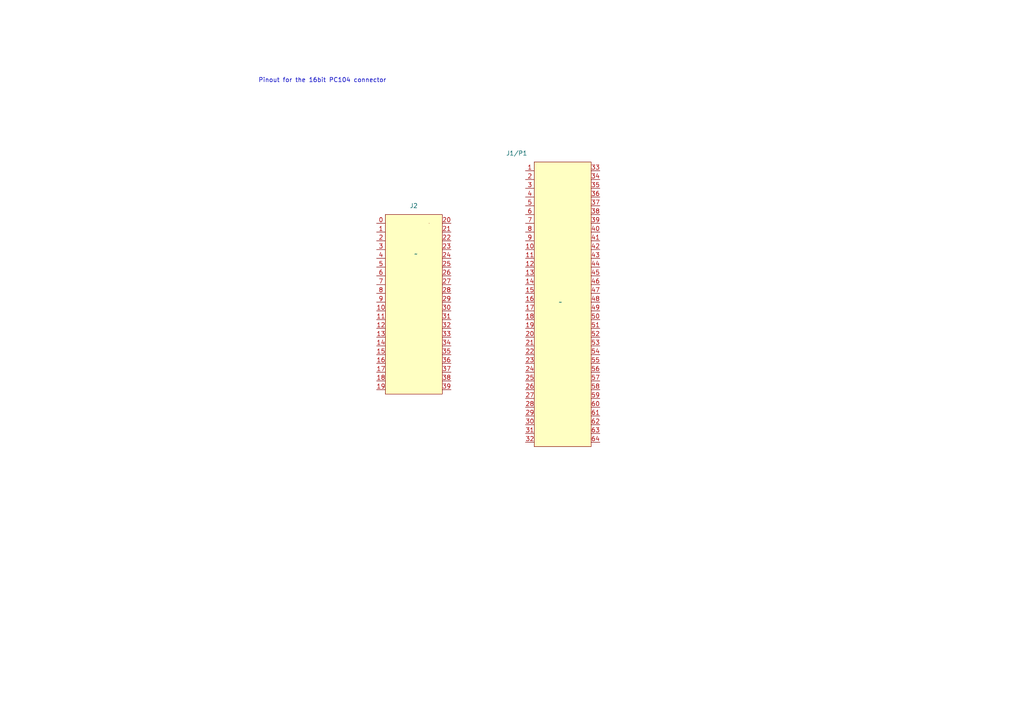
<source format=kicad_sch>
(kicad_sch (version 20230121) (generator eeschema)

  (uuid 202d483b-a8cc-4226-b108-240b78296baa)

  (paper "A4")

  (lib_symbols
    (symbol "Connectors_CubeSat:PC104_2x20_male" (in_bom yes) (on_board yes)
      (property "Reference" "J" (at 0 0 0)
        (effects (font (size 1.27 1.27)))
      )
      (property "Value" "" (at 0 0 0)
        (effects (font (size 1.27 1.27)))
      )
      (property "Footprint" "" (at 0 0 0)
        (effects (font (size 1.27 1.27)) hide)
      )
      (property "Datasheet" "" (at 0 0 0)
        (effects (font (size 1.27 1.27)) hide)
      )
      (symbol "PC104_2x20_male_0_1"
        (rectangle (start 3.81 8.89) (end 3.81 8.89)
          (stroke (width 0) (type default))
          (fill (type none))
        )
      )
      (symbol "PC104_2x20_male_1_1"
        (rectangle (start -8.89 11.43) (end 7.62 -40.64)
          (stroke (width 0) (type default))
          (fill (type background))
        )
        (pin input line (at -8.89 8.89 180) (length 2.54)
          (name "" (effects (font (size 1.27 1.27))))
          (number "0" (effects (font (size 1.27 1.27))))
        )
        (pin input line (at -8.89 6.35 180) (length 2.54)
          (name "" (effects (font (size 1.27 1.27))))
          (number "1" (effects (font (size 1.27 1.27))))
        )
        (pin input line (at -8.89 -16.51 180) (length 2.54)
          (name "" (effects (font (size 1.27 1.27))))
          (number "10" (effects (font (size 1.27 1.27))))
        )
        (pin input line (at -8.89 -19.05 180) (length 2.54)
          (name "" (effects (font (size 1.27 1.27))))
          (number "11" (effects (font (size 1.27 1.27))))
        )
        (pin input line (at -8.89 -21.59 180) (length 2.54)
          (name "" (effects (font (size 1.27 1.27))))
          (number "12" (effects (font (size 1.27 1.27))))
        )
        (pin input line (at -8.89 -24.13 180) (length 2.54)
          (name "" (effects (font (size 1.27 1.27))))
          (number "13" (effects (font (size 1.27 1.27))))
        )
        (pin input line (at -8.89 -26.67 180) (length 2.54)
          (name "" (effects (font (size 1.27 1.27))))
          (number "14" (effects (font (size 1.27 1.27))))
        )
        (pin input line (at -8.89 -29.21 180) (length 2.54)
          (name "" (effects (font (size 1.27 1.27))))
          (number "15" (effects (font (size 1.27 1.27))))
        )
        (pin input line (at -8.89 -31.75 180) (length 2.54)
          (name "" (effects (font (size 1.27 1.27))))
          (number "16" (effects (font (size 1.27 1.27))))
        )
        (pin input line (at -8.89 -34.29 180) (length 2.54)
          (name "" (effects (font (size 1.27 1.27))))
          (number "17" (effects (font (size 1.27 1.27))))
        )
        (pin input line (at -8.89 -36.83 180) (length 2.54)
          (name "" (effects (font (size 1.27 1.27))))
          (number "18" (effects (font (size 1.27 1.27))))
        )
        (pin input line (at -8.89 -39.37 180) (length 2.54)
          (name "" (effects (font (size 1.27 1.27))))
          (number "19" (effects (font (size 1.27 1.27))))
        )
        (pin input line (at -8.89 3.81 180) (length 2.54)
          (name "" (effects (font (size 1.27 1.27))))
          (number "2" (effects (font (size 1.27 1.27))))
        )
        (pin input line (at 7.62 8.89 0) (length 2.54)
          (name "" (effects (font (size 1.27 1.27))))
          (number "20" (effects (font (size 1.27 1.27))))
        )
        (pin input line (at 7.62 6.35 0) (length 2.54)
          (name "" (effects (font (size 1.27 1.27))))
          (number "21" (effects (font (size 1.27 1.27))))
        )
        (pin input line (at 7.62 3.81 0) (length 2.54)
          (name "" (effects (font (size 1.27 1.27))))
          (number "22" (effects (font (size 1.27 1.27))))
        )
        (pin input line (at 7.62 1.27 0) (length 2.54)
          (name "" (effects (font (size 1.27 1.27))))
          (number "23" (effects (font (size 1.27 1.27))))
        )
        (pin input line (at 7.62 -1.27 0) (length 2.54)
          (name "" (effects (font (size 1.27 1.27))))
          (number "24" (effects (font (size 1.27 1.27))))
        )
        (pin input line (at 7.62 -3.81 0) (length 2.54)
          (name "" (effects (font (size 1.27 1.27))))
          (number "25" (effects (font (size 1.27 1.27))))
        )
        (pin input line (at 7.62 -6.35 0) (length 2.54)
          (name "" (effects (font (size 1.27 1.27))))
          (number "26" (effects (font (size 1.27 1.27))))
        )
        (pin input line (at 7.62 -8.89 0) (length 2.54)
          (name "" (effects (font (size 1.27 1.27))))
          (number "27" (effects (font (size 1.27 1.27))))
        )
        (pin input line (at 7.62 -11.43 0) (length 2.54)
          (name "" (effects (font (size 1.27 1.27))))
          (number "28" (effects (font (size 1.27 1.27))))
        )
        (pin input line (at 7.62 -13.97 0) (length 2.54)
          (name "" (effects (font (size 1.27 1.27))))
          (number "29" (effects (font (size 1.27 1.27))))
        )
        (pin input line (at -8.89 1.27 180) (length 2.54)
          (name "" (effects (font (size 1.27 1.27))))
          (number "3" (effects (font (size 1.27 1.27))))
        )
        (pin input line (at 7.62 -16.51 0) (length 2.54)
          (name "" (effects (font (size 1.27 1.27))))
          (number "30" (effects (font (size 1.27 1.27))))
        )
        (pin input line (at 7.62 -19.05 0) (length 2.54)
          (name "" (effects (font (size 1.27 1.27))))
          (number "31" (effects (font (size 1.27 1.27))))
        )
        (pin input line (at 7.62 -21.59 0) (length 2.54)
          (name "" (effects (font (size 1.27 1.27))))
          (number "32" (effects (font (size 1.27 1.27))))
        )
        (pin input line (at 7.62 -24.13 0) (length 2.54)
          (name "" (effects (font (size 1.27 1.27))))
          (number "33" (effects (font (size 1.27 1.27))))
        )
        (pin input line (at 7.62 -26.67 0) (length 2.54)
          (name "" (effects (font (size 1.27 1.27))))
          (number "34" (effects (font (size 1.27 1.27))))
        )
        (pin input line (at 7.62 -29.21 0) (length 2.54)
          (name "" (effects (font (size 1.27 1.27))))
          (number "35" (effects (font (size 1.27 1.27))))
        )
        (pin input line (at 7.62 -31.75 0) (length 2.54)
          (name "" (effects (font (size 1.27 1.27))))
          (number "36" (effects (font (size 1.27 1.27))))
        )
        (pin input line (at 7.62 -34.29 0) (length 2.54)
          (name "" (effects (font (size 1.27 1.27))))
          (number "37" (effects (font (size 1.27 1.27))))
        )
        (pin input line (at 7.62 -36.83 0) (length 2.54)
          (name "" (effects (font (size 1.27 1.27))))
          (number "38" (effects (font (size 1.27 1.27))))
        )
        (pin input line (at 7.62 -39.37 0) (length 2.54)
          (name "" (effects (font (size 1.27 1.27))))
          (number "39" (effects (font (size 1.27 1.27))))
        )
        (pin input line (at -8.89 -1.27 180) (length 2.54)
          (name "" (effects (font (size 1.27 1.27))))
          (number "4" (effects (font (size 1.27 1.27))))
        )
        (pin input line (at -8.89 -3.81 180) (length 2.54)
          (name "" (effects (font (size 1.27 1.27))))
          (number "5" (effects (font (size 1.27 1.27))))
        )
        (pin input line (at -8.89 -6.35 180) (length 2.54)
          (name "" (effects (font (size 1.27 1.27))))
          (number "6" (effects (font (size 1.27 1.27))))
        )
        (pin input line (at -8.89 -8.89 180) (length 2.54)
          (name "" (effects (font (size 1.27 1.27))))
          (number "7" (effects (font (size 1.27 1.27))))
        )
        (pin input line (at -8.89 -11.43 180) (length 2.54)
          (name "" (effects (font (size 1.27 1.27))))
          (number "8" (effects (font (size 1.27 1.27))))
        )
        (pin input line (at -8.89 -13.97 180) (length 2.54)
          (name "" (effects (font (size 1.27 1.27))))
          (number "9" (effects (font (size 1.27 1.27))))
        )
      )
    )
    (symbol "Connectors_CubeSat:PC104_32x2_female" (in_bom yes) (on_board yes)
      (property "Reference" "J" (at -12.7 43.18 0)
        (effects (font (size 1.27 1.27)))
      )
      (property "Value" "" (at 3.81 15.24 0)
        (effects (font (size 1.27 1.27)))
      )
      (property "Footprint" "" (at 3.81 15.24 0)
        (effects (font (size 1.27 1.27)) hide)
      )
      (property "Datasheet" "" (at 3.81 15.24 0)
        (effects (font (size 1.27 1.27)) hide)
      )
      (symbol "PC104_32x2_female_1_1"
        (rectangle (start -7.62 40.64) (end 8.89 -41.91)
          (stroke (width 0) (type default))
          (fill (type background))
        )
        (pin input line (at -7.62 38.1 180) (length 2.54)
          (name "" (effects (font (size 1.27 1.27))))
          (number "1" (effects (font (size 1.27 1.27))))
        )
        (pin input line (at -7.62 15.24 180) (length 2.54)
          (name "" (effects (font (size 1.27 1.27))))
          (number "10" (effects (font (size 1.27 1.27))))
        )
        (pin input line (at -7.62 12.7 180) (length 2.54)
          (name "" (effects (font (size 1.27 1.27))))
          (number "11" (effects (font (size 1.27 1.27))))
        )
        (pin input line (at -7.62 10.16 180) (length 2.54)
          (name "" (effects (font (size 1.27 1.27))))
          (number "12" (effects (font (size 1.27 1.27))))
        )
        (pin input line (at -7.62 7.62 180) (length 2.54)
          (name "" (effects (font (size 1.27 1.27))))
          (number "13" (effects (font (size 1.27 1.27))))
        )
        (pin input line (at -7.62 5.08 180) (length 2.54)
          (name "" (effects (font (size 1.27 1.27))))
          (number "14" (effects (font (size 1.27 1.27))))
        )
        (pin input line (at -7.62 2.54 180) (length 2.54)
          (name "" (effects (font (size 1.27 1.27))))
          (number "15" (effects (font (size 1.27 1.27))))
        )
        (pin input line (at -7.62 0 180) (length 2.54)
          (name "" (effects (font (size 1.27 1.27))))
          (number "16" (effects (font (size 1.27 1.27))))
        )
        (pin input line (at -7.62 -2.54 180) (length 2.54)
          (name "" (effects (font (size 1.27 1.27))))
          (number "17" (effects (font (size 1.27 1.27))))
        )
        (pin input line (at -7.62 -5.08 180) (length 2.54)
          (name "" (effects (font (size 1.27 1.27))))
          (number "18" (effects (font (size 1.27 1.27))))
        )
        (pin input line (at -7.62 -7.62 180) (length 2.54)
          (name "" (effects (font (size 1.27 1.27))))
          (number "19" (effects (font (size 1.27 1.27))))
        )
        (pin input line (at -7.62 35.56 180) (length 2.54)
          (name "" (effects (font (size 1.27 1.27))))
          (number "2" (effects (font (size 1.27 1.27))))
        )
        (pin input line (at -7.62 -10.16 180) (length 2.54)
          (name "" (effects (font (size 1.27 1.27))))
          (number "20" (effects (font (size 1.27 1.27))))
        )
        (pin input line (at -7.62 -12.7 180) (length 2.54)
          (name "" (effects (font (size 1.27 1.27))))
          (number "21" (effects (font (size 1.27 1.27))))
        )
        (pin input line (at -7.62 -15.24 180) (length 2.54)
          (name "" (effects (font (size 1.27 1.27))))
          (number "22" (effects (font (size 1.27 1.27))))
        )
        (pin input line (at -7.62 -17.78 180) (length 2.54)
          (name "" (effects (font (size 1.27 1.27))))
          (number "23" (effects (font (size 1.27 1.27))))
        )
        (pin input line (at -7.62 -20.32 180) (length 2.54)
          (name "" (effects (font (size 1.27 1.27))))
          (number "24" (effects (font (size 1.27 1.27))))
        )
        (pin input line (at -7.62 -22.86 180) (length 2.54)
          (name "" (effects (font (size 1.27 1.27))))
          (number "25" (effects (font (size 1.27 1.27))))
        )
        (pin input line (at -7.62 -25.4 180) (length 2.54)
          (name "" (effects (font (size 1.27 1.27))))
          (number "26" (effects (font (size 1.27 1.27))))
        )
        (pin input line (at -7.62 -27.94 180) (length 2.54)
          (name "" (effects (font (size 1.27 1.27))))
          (number "27" (effects (font (size 1.27 1.27))))
        )
        (pin input line (at -7.62 -30.48 180) (length 2.54)
          (name "" (effects (font (size 1.27 1.27))))
          (number "28" (effects (font (size 1.27 1.27))))
        )
        (pin input line (at -7.62 -33.02 180) (length 2.54)
          (name "" (effects (font (size 1.27 1.27))))
          (number "29" (effects (font (size 1.27 1.27))))
        )
        (pin input line (at -7.62 33.02 180) (length 2.54)
          (name "" (effects (font (size 1.27 1.27))))
          (number "3" (effects (font (size 1.27 1.27))))
        )
        (pin input line (at -7.62 -35.56 180) (length 2.54)
          (name "" (effects (font (size 1.27 1.27))))
          (number "30" (effects (font (size 1.27 1.27))))
        )
        (pin input line (at -7.62 -38.1 180) (length 2.54)
          (name "" (effects (font (size 1.27 1.27))))
          (number "31" (effects (font (size 1.27 1.27))))
        )
        (pin input line (at -7.62 -40.64 180) (length 2.54)
          (name "" (effects (font (size 1.27 1.27))))
          (number "32" (effects (font (size 1.27 1.27))))
        )
        (pin input line (at 8.89 38.1 0) (length 2.54)
          (name "" (effects (font (size 1.27 1.27))))
          (number "33" (effects (font (size 1.27 1.27))))
        )
        (pin input line (at 8.89 35.56 0) (length 2.54)
          (name "" (effects (font (size 1.27 1.27))))
          (number "34" (effects (font (size 1.27 1.27))))
        )
        (pin input line (at 8.89 33.02 0) (length 2.54)
          (name "" (effects (font (size 1.27 1.27))))
          (number "35" (effects (font (size 1.27 1.27))))
        )
        (pin input line (at 8.89 30.48 0) (length 2.54)
          (name "" (effects (font (size 1.27 1.27))))
          (number "36" (effects (font (size 1.27 1.27))))
        )
        (pin input line (at 8.89 27.94 0) (length 2.54)
          (name "" (effects (font (size 1.27 1.27))))
          (number "37" (effects (font (size 1.27 1.27))))
        )
        (pin input line (at 8.89 25.4 0) (length 2.54)
          (name "" (effects (font (size 1.27 1.27))))
          (number "38" (effects (font (size 1.27 1.27))))
        )
        (pin input line (at 8.89 22.86 0) (length 2.54)
          (name "" (effects (font (size 1.27 1.27))))
          (number "39" (effects (font (size 1.27 1.27))))
        )
        (pin input line (at -7.62 30.48 180) (length 2.54)
          (name "" (effects (font (size 1.27 1.27))))
          (number "4" (effects (font (size 1.27 1.27))))
        )
        (pin input line (at 8.89 20.32 0) (length 2.54)
          (name "" (effects (font (size 1.27 1.27))))
          (number "40" (effects (font (size 1.27 1.27))))
        )
        (pin input line (at 8.89 17.78 0) (length 2.54)
          (name "" (effects (font (size 1.27 1.27))))
          (number "41" (effects (font (size 1.27 1.27))))
        )
        (pin input line (at 8.89 15.24 0) (length 2.54)
          (name "" (effects (font (size 1.27 1.27))))
          (number "42" (effects (font (size 1.27 1.27))))
        )
        (pin input line (at 8.89 12.7 0) (length 2.54)
          (name "" (effects (font (size 1.27 1.27))))
          (number "43" (effects (font (size 1.27 1.27))))
        )
        (pin input line (at 8.89 10.16 0) (length 2.54)
          (name "" (effects (font (size 1.27 1.27))))
          (number "44" (effects (font (size 1.27 1.27))))
        )
        (pin input line (at 8.89 7.62 0) (length 2.54)
          (name "" (effects (font (size 1.27 1.27))))
          (number "45" (effects (font (size 1.27 1.27))))
        )
        (pin input line (at 8.89 5.08 0) (length 2.54)
          (name "" (effects (font (size 1.27 1.27))))
          (number "46" (effects (font (size 1.27 1.27))))
        )
        (pin input line (at 8.89 2.54 0) (length 2.54)
          (name "" (effects (font (size 1.27 1.27))))
          (number "47" (effects (font (size 1.27 1.27))))
        )
        (pin input line (at 8.89 0 0) (length 2.54)
          (name "" (effects (font (size 1.27 1.27))))
          (number "48" (effects (font (size 1.27 1.27))))
        )
        (pin input line (at 8.89 -2.54 0) (length 2.54)
          (name "" (effects (font (size 1.27 1.27))))
          (number "49" (effects (font (size 1.27 1.27))))
        )
        (pin input line (at -7.62 27.94 180) (length 2.54)
          (name "" (effects (font (size 1.27 1.27))))
          (number "5" (effects (font (size 1.27 1.27))))
        )
        (pin input line (at 8.89 -5.08 0) (length 2.54)
          (name "" (effects (font (size 1.27 1.27))))
          (number "50" (effects (font (size 1.27 1.27))))
        )
        (pin input line (at 8.89 -7.62 0) (length 2.54)
          (name "" (effects (font (size 1.27 1.27))))
          (number "51" (effects (font (size 1.27 1.27))))
        )
        (pin input line (at 8.89 -10.16 0) (length 2.54)
          (name "" (effects (font (size 1.27 1.27))))
          (number "52" (effects (font (size 1.27 1.27))))
        )
        (pin input line (at 8.89 -12.7 0) (length 2.54)
          (name "" (effects (font (size 1.27 1.27))))
          (number "53" (effects (font (size 1.27 1.27))))
        )
        (pin input line (at 8.89 -15.24 0) (length 2.54)
          (name "" (effects (font (size 1.27 1.27))))
          (number "54" (effects (font (size 1.27 1.27))))
        )
        (pin input line (at 8.89 -17.78 0) (length 2.54)
          (name "" (effects (font (size 1.27 1.27))))
          (number "55" (effects (font (size 1.27 1.27))))
        )
        (pin input line (at 8.89 -20.32 0) (length 2.54)
          (name "" (effects (font (size 1.27 1.27))))
          (number "56" (effects (font (size 1.27 1.27))))
        )
        (pin input line (at 8.89 -22.86 0) (length 2.54)
          (name "" (effects (font (size 1.27 1.27))))
          (number "57" (effects (font (size 1.27 1.27))))
        )
        (pin input line (at 8.89 -25.4 0) (length 2.54)
          (name "" (effects (font (size 1.27 1.27))))
          (number "58" (effects (font (size 1.27 1.27))))
        )
        (pin input line (at 8.89 -27.94 0) (length 2.54)
          (name "" (effects (font (size 1.27 1.27))))
          (number "59" (effects (font (size 1.27 1.27))))
        )
        (pin input line (at -7.62 25.4 180) (length 2.54)
          (name "" (effects (font (size 1.27 1.27))))
          (number "6" (effects (font (size 1.27 1.27))))
        )
        (pin input line (at 8.89 -30.48 0) (length 2.54)
          (name "" (effects (font (size 1.27 1.27))))
          (number "60" (effects (font (size 1.27 1.27))))
        )
        (pin input line (at 8.89 -33.02 0) (length 2.54)
          (name "" (effects (font (size 1.27 1.27))))
          (number "61" (effects (font (size 1.27 1.27))))
        )
        (pin input line (at 8.89 -35.56 0) (length 2.54)
          (name "" (effects (font (size 1.27 1.27))))
          (number "62" (effects (font (size 1.27 1.27))))
        )
        (pin input line (at 8.89 -38.1 0) (length 2.54)
          (name "" (effects (font (size 1.27 1.27))))
          (number "63" (effects (font (size 1.27 1.27))))
        )
        (pin input line (at 8.89 -40.64 0) (length 2.54)
          (name "" (effects (font (size 1.27 1.27))))
          (number "64" (effects (font (size 1.27 1.27))))
        )
        (pin input line (at -7.62 22.86 180) (length 2.54)
          (name "" (effects (font (size 1.27 1.27))))
          (number "7" (effects (font (size 1.27 1.27))))
        )
        (pin input line (at -7.62 20.32 180) (length 2.54)
          (name "" (effects (font (size 1.27 1.27))))
          (number "8" (effects (font (size 1.27 1.27))))
        )
        (pin input line (at -7.62 17.78 180) (length 2.54)
          (name "" (effects (font (size 1.27 1.27))))
          (number "9" (effects (font (size 1.27 1.27))))
        )
      )
    )
  )


  (text "Pinout for the 16bit PC104 connector\n" (at 74.93 24.13 0)
    (effects (font (size 1.27 1.27)) (justify left bottom))
    (uuid bfc37691-c600-458a-8a2e-8db46209115b)
  )

  (symbol (lib_id "Connectors_CubeSat:PC104_32x2_female") (at 162.56 87.63 0) (unit 1)
    (in_bom yes) (on_board yes) (dnp no)
    (uuid 44f42f86-2194-4ebf-9434-084f17e48b6d)
    (property "Reference" "J1/P1" (at 149.86 44.45 0)
      (effects (font (size 1.27 1.27)))
    )
    (property "Value" "~" (at 162.56 87.63 0)
      (effects (font (size 1.27 1.27)))
    )
    (property "Footprint" "" (at 162.56 87.63 0)
      (effects (font (size 1.27 1.27)) hide)
    )
    (property "Datasheet" "" (at 162.56 87.63 0)
      (effects (font (size 1.27 1.27)) hide)
    )
    (pin "1" (uuid ba7b97d7-314b-451c-b777-99ccafe62d36))
    (pin "10" (uuid 5e6798c6-56f8-40ef-829a-c30d953156f0))
    (pin "11" (uuid 13cc01d1-80ee-4117-962d-572b4aeaca64))
    (pin "12" (uuid 6dce32c5-7f09-446e-aa20-a333c7513d36))
    (pin "13" (uuid b34c83b3-c0d8-4951-995d-f6ee23652e67))
    (pin "14" (uuid 7bc65a37-6e5f-473a-bc95-7828dde8e016))
    (pin "15" (uuid 91a9fdbe-ca2b-45d4-a261-606a5a97fb38))
    (pin "16" (uuid d5b465fd-ef73-42d7-87cd-b4fbc71f3140))
    (pin "17" (uuid eeb8aa4f-5796-46c8-aff2-a15091134865))
    (pin "18" (uuid 441ae1ec-6c2f-44bd-bc50-e2badee2d068))
    (pin "19" (uuid 3f69b826-7b69-4e5b-9a37-c9b0b0de42d6))
    (pin "2" (uuid ebc72ac0-c122-4938-93f5-5ba4884e95d5))
    (pin "20" (uuid 4606a055-f3d1-4118-8763-a7f8a804c566))
    (pin "21" (uuid 31f75551-258f-49b8-8501-7b3a136e088d))
    (pin "22" (uuid a48c792a-deed-4fcb-b93d-76fed434854b))
    (pin "23" (uuid dc073c93-012a-4e2e-a3c1-f65d0199307b))
    (pin "24" (uuid 3e7c2c79-1a3a-46b5-a5c7-63f282afcc35))
    (pin "25" (uuid f9a4db89-8121-4808-8759-2c1f46bd7358))
    (pin "26" (uuid 38be028f-9015-40c7-8779-b7a1be35be1f))
    (pin "27" (uuid 2f88283e-d296-4519-8a90-38e3eb3fd597))
    (pin "28" (uuid 2df65f32-59b0-46ca-8ca9-882717dc5731))
    (pin "29" (uuid 5312ebed-a7c0-4633-b73d-ababf7a0be53))
    (pin "3" (uuid 419b96ca-a5e0-4e6e-8fc5-8090e578dc99))
    (pin "30" (uuid 080c74e3-f499-4f50-86be-4f1d56b3c800))
    (pin "31" (uuid d3183cad-b77e-4bd0-ac0c-0c8910660bef))
    (pin "32" (uuid 7fe0500e-8093-4a0a-aace-14d981bddf10))
    (pin "33" (uuid 98642af5-23d8-4038-a8e8-dda4e355b805))
    (pin "34" (uuid b5997e32-7bff-4a2d-bba6-00ceef1d2cbc))
    (pin "35" (uuid 1d1b49d9-9a17-4404-8fc8-bf01e3c83a57))
    (pin "36" (uuid 6a32de0f-a857-439f-b8a8-bc339f0f8dc8))
    (pin "37" (uuid 94964db5-56da-4499-b49b-0a946f62baea))
    (pin "38" (uuid 98b10a71-05c0-4adf-ac3b-84b798eb3e85))
    (pin "39" (uuid 9e2023ee-6120-4d09-a150-2b4d96e3a15b))
    (pin "4" (uuid cc559ab2-620e-4073-961f-222a3c4b934a))
    (pin "40" (uuid 9802651c-6c95-4246-b948-0be0535b1b2d))
    (pin "41" (uuid b2de6853-d2d7-4015-a988-4715851faae3))
    (pin "42" (uuid 55e1ff0c-5fcb-47b3-8a33-3f3e8b191a10))
    (pin "43" (uuid 5128ed60-f605-4d80-ad0f-65a7cba9eecd))
    (pin "44" (uuid 951f36bf-7060-4e52-81b7-c7b92cd28a2d))
    (pin "45" (uuid de65e8f1-8810-4dc2-b51b-4412f0692922))
    (pin "46" (uuid c1ea675d-644f-4de2-9f10-1de58c0d8f75))
    (pin "47" (uuid 2b885f99-ea97-4581-b347-4e380703c4d0))
    (pin "48" (uuid 53f507cc-7d5e-4339-82cb-dc57dd946632))
    (pin "49" (uuid 8e27b97c-7959-47b5-8e98-b79a49864081))
    (pin "5" (uuid 34cad6d0-9d0b-432c-ae31-63ca5bc32d8a))
    (pin "50" (uuid e1b402a3-e221-4287-916b-59cb811c25d8))
    (pin "51" (uuid 75704064-0ed4-4851-ba88-4f7846ec8412))
    (pin "52" (uuid 75e5e80c-c247-4c27-a204-e412bc27c831))
    (pin "53" (uuid 3a32ba45-73da-47ac-96d5-e2fd4bf038bd))
    (pin "54" (uuid 92784821-a83e-49ad-9e4a-b6ac1bc03569))
    (pin "55" (uuid 8044f5e6-128d-4076-9683-85ed8dfe3a28))
    (pin "56" (uuid f64d6672-dcc7-4577-b51f-8006a66753d6))
    (pin "57" (uuid aabd76fc-d6a5-4e9a-8d44-0331ea385abd))
    (pin "58" (uuid 9526d0f8-048c-4a9f-9dff-2912cc895103))
    (pin "59" (uuid 86626b34-a783-4b7e-ac02-dd94c1c0f8d8))
    (pin "6" (uuid 5ccf4cb1-6db7-4962-b87a-725b59b16115))
    (pin "60" (uuid fcbc0e0f-1311-482a-8939-75afae53dfe7))
    (pin "61" (uuid 8a9da60d-2441-4b2e-bda6-74f4061fbd93))
    (pin "62" (uuid cda04d2f-d22b-4883-8705-26c95b8649ff))
    (pin "63" (uuid c29d2fce-1275-4c5e-b5a4-9d38ace09c79))
    (pin "64" (uuid bddab483-c3a5-4593-a33b-d9d0c00fc559))
    (pin "7" (uuid a85b5cee-4d2c-4a49-858f-485bd10be3ba))
    (pin "8" (uuid efc2b191-6327-4211-92c3-5d1b67aa190e))
    (pin "9" (uuid 2f70bafb-4c47-4219-8749-fceb24878fee))
    (instances
      (project "OBFC"
        (path "/dd1a533a-d0da-4a20-9af1-2659c13d8e19/a9cd4c48-a53a-4e73-8113-2bdcf8e675bf"
          (reference "J1/P1") (unit 1)
        )
      )
    )
  )

  (symbol (lib_id "Connectors_CubeSat:PC104_2x20_male") (at 120.65 73.66 0) (unit 1)
    (in_bom yes) (on_board yes) (dnp no) (fields_autoplaced)
    (uuid 9f4d8b44-2880-470b-a491-1074fdd3ab2c)
    (property "Reference" "J2" (at 120.015 59.69 0)
      (effects (font (size 1.27 1.27)))
    )
    (property "Value" "~" (at 120.65 73.66 0)
      (effects (font (size 1.27 1.27)))
    )
    (property "Footprint" "" (at 120.65 73.66 0)
      (effects (font (size 1.27 1.27)) hide)
    )
    (property "Datasheet" "" (at 120.65 73.66 0)
      (effects (font (size 1.27 1.27)) hide)
    )
    (pin "0" (uuid 0ce809cb-ae39-4e11-b5f8-fe2686cb82ab))
    (pin "1" (uuid 2ee60bb1-b534-48fc-8743-c894c400e0a1))
    (pin "10" (uuid fc92663c-de84-44fd-8056-4836992cd31e))
    (pin "11" (uuid abe2fe25-38a9-4548-a7db-c0d3081837ee))
    (pin "12" (uuid a91173ea-229d-4389-ae63-6f9ad4c33393))
    (pin "13" (uuid 0b8e2d1d-fe4a-4e95-9d5a-b4437e98f572))
    (pin "14" (uuid a90f8953-11ee-4706-8073-a4dde4a2b23b))
    (pin "15" (uuid 8eb82cb6-dd45-456a-a216-e9534f5e0807))
    (pin "16" (uuid f6162775-0981-476c-b22d-9e1650ed3c80))
    (pin "17" (uuid cc61bca6-f8ae-408d-8ee4-5b7109a16388))
    (pin "18" (uuid 91c7d18d-db20-47f7-8db6-9c8a7328d507))
    (pin "19" (uuid e556c7d3-de10-4ed5-8000-d3c07fd47615))
    (pin "2" (uuid a12308a4-2da1-4f47-86e5-4684502e08d6))
    (pin "20" (uuid 4852842d-d103-42f7-a392-43663a8a8313))
    (pin "21" (uuid 3f5eafcd-a88a-486c-a913-4c03c75272e2))
    (pin "22" (uuid dd795213-f144-4345-b8d2-3f2c6ea9630f))
    (pin "23" (uuid f0f275b5-1386-4b60-8bad-fa93ea0ad8d8))
    (pin "24" (uuid 4a663b60-14a2-47ed-8e7a-d1f29d3ec662))
    (pin "25" (uuid 78a5c86d-899d-4559-9633-ca06a5b9e77a))
    (pin "26" (uuid f0980308-65f0-4878-bff3-330847eb8c77))
    (pin "27" (uuid a711aa78-fbf5-41f1-9318-c90309a2496c))
    (pin "28" (uuid 4680aa60-8618-4b8f-aa91-8b35c2c36398))
    (pin "29" (uuid 7f0434aa-a19e-4298-a1f0-4c0da59b8dea))
    (pin "3" (uuid e1611af0-bdaa-4050-90a8-c9c690c58bca))
    (pin "30" (uuid 4745093c-d81a-43f1-a660-c71642b777b5))
    (pin "31" (uuid da5f5a57-21dd-4779-a7ee-8d0aa3718fee))
    (pin "32" (uuid 195f09ee-70e4-4b33-beff-7a334042e42f))
    (pin "33" (uuid bbf075ca-b008-4fe2-9e8a-1c4c79bb9c56))
    (pin "34" (uuid 471de2bc-c2b5-40de-994b-bbd54c3e6a8e))
    (pin "35" (uuid 11cbe5e9-cbbd-433f-ab1b-f04ee2ddb738))
    (pin "36" (uuid bd536cfa-294e-4076-8244-725c28533982))
    (pin "37" (uuid a7ba1838-091e-4bce-91a5-2dd87416c36a))
    (pin "38" (uuid 77c799a1-cdab-438a-9982-966e29f568d6))
    (pin "39" (uuid 06c13d3e-2378-4b80-9160-d8e5a1057839))
    (pin "4" (uuid de417a02-18ee-4658-ae85-1ea228dff0e8))
    (pin "5" (uuid 1c758bbc-77cc-4baf-8e8f-fd6c0d791f67))
    (pin "6" (uuid b99a06cf-b808-4460-9a78-81aa45dcbcfc))
    (pin "7" (uuid 7362439a-dc02-42bb-9c0e-b33c8d138a6b))
    (pin "8" (uuid 140ff908-7636-4ff5-9868-b03b259a4b4b))
    (pin "9" (uuid ffdbe7ca-4c35-41ae-9587-9f3f919a4fa2))
    (instances
      (project "OBFC"
        (path "/dd1a533a-d0da-4a20-9af1-2659c13d8e19/a9cd4c48-a53a-4e73-8113-2bdcf8e675bf"
          (reference "J2") (unit 1)
        )
      )
    )
  )
)

</source>
